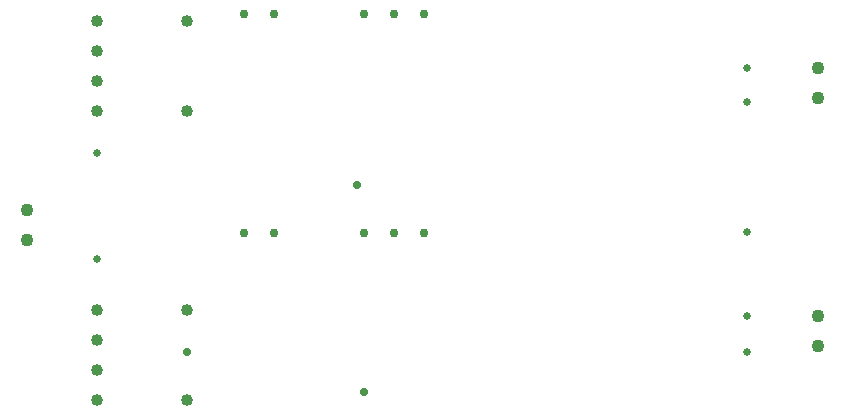
<source format=gbr>
%TF.GenerationSoftware,Altium Limited,Altium Designer,23.2.1 (34)*%
G04 Layer_Color=0*
%FSLAX45Y45*%
%MOMM*%
%TF.SameCoordinates,30BCF74E-8D5C-4CB1-BD29-C8B6E5BAA9CA*%
%TF.FilePolarity,Positive*%
%TF.FileFunction,Plated,1,2,PTH,Drill*%
%TF.Part,Single*%
G01*
G75*
%TA.AperFunction,ComponentDrill*%
%ADD88C,1.10000*%
%ADD89C,1.01000*%
%ADD90C,0.66000*%
%ADD91C,0.76000*%
%ADD92C,0.66000*%
%TA.AperFunction,ViaDrill,NotFilled*%
%ADD93C,0.71120*%
D88*
X549000Y1695000D02*
D03*
Y1949000D02*
D03*
X7249000Y1049000D02*
D03*
Y795000D02*
D03*
X7248999Y3153310D02*
D03*
Y2899310D02*
D03*
D89*
X1911000Y3549000D02*
D03*
Y2787000D02*
D03*
X1149000D02*
D03*
Y3041000D02*
D03*
Y3295000D02*
D03*
Y3549000D02*
D03*
Y1103000D02*
D03*
Y849000D02*
D03*
Y595000D02*
D03*
Y341000D02*
D03*
X1911000Y1103000D02*
D03*
Y341000D02*
D03*
D90*
X6649000Y3149000D02*
D03*
Y1049000D02*
D03*
Y1760500D02*
D03*
Y749000D02*
D03*
Y2867310D02*
D03*
D91*
X3910000Y3608500D02*
D03*
X3656000D02*
D03*
X3402000D02*
D03*
X2640000D02*
D03*
X2386000D02*
D03*
X3910000Y1758500D02*
D03*
X3656000D02*
D03*
X3402000D02*
D03*
X2640000D02*
D03*
X2386000D02*
D03*
D92*
X1149000Y1539000D02*
D03*
Y2431000D02*
D03*
D93*
X3408000Y406000D02*
D03*
X1911000Y749000D02*
D03*
X3349000Y2159000D02*
D03*
%TF.MD5,162d08079c18189566f1eaa1f31176d9*%
M02*

</source>
